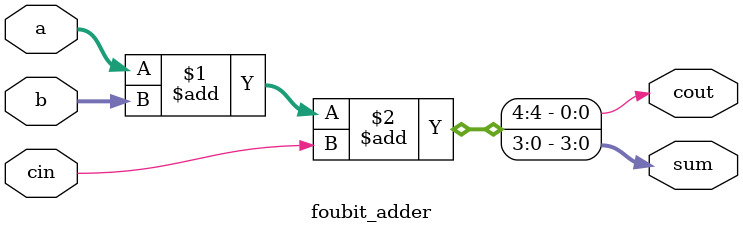
<source format=v>
module foubit_adder(a,b,sum,cout,cin);
    input [3:0]a,b;
    input cin;
    output [3:0]sum;
    output cout;
    assign {cout,sum}=a+b+cin;
endmodule

</source>
